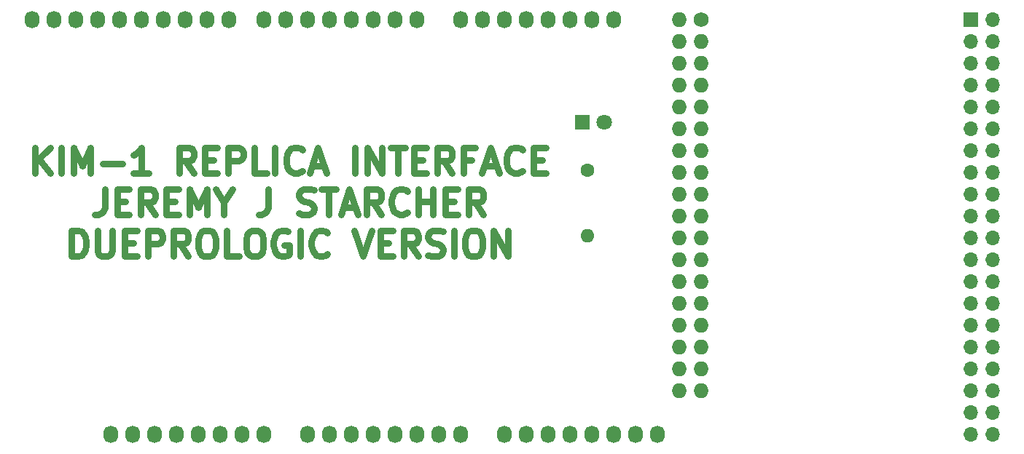
<source format=gbr>
%TF.GenerationSoftware,KiCad,Pcbnew,6.0.2+dfsg-1*%
%TF.CreationDate,2022-06-12T22:28:19-04:00*%
%TF.ProjectId,kim1-earthpeople,6b696d31-2d65-4617-9274-6870656f706c,rev?*%
%TF.SameCoordinates,Original*%
%TF.FileFunction,Soldermask,Top*%
%TF.FilePolarity,Negative*%
%FSLAX46Y46*%
G04 Gerber Fmt 4.6, Leading zero omitted, Abs format (unit mm)*
G04 Created by KiCad (PCBNEW 6.0.2+dfsg-1) date 2022-06-12 22:28:19*
%MOMM*%
%LPD*%
G01*
G04 APERTURE LIST*
%ADD10C,0.750000*%
%ADD11O,1.727200X2.032000*%
%ADD12O,1.727200X1.727200*%
%ADD13C,1.727200*%
%ADD14C,1.600000*%
%ADD15O,1.600000X1.600000*%
%ADD16R,1.800000X1.800000*%
%ADD17C,1.800000*%
%ADD18R,1.700000X1.700000*%
%ADD19O,1.700000X1.700000*%
G04 APERTURE END LIST*
D10*
X122574571Y-88729142D02*
X122574571Y-85729142D01*
X124288857Y-88729142D02*
X123003142Y-87014857D01*
X124288857Y-85729142D02*
X122574571Y-87443428D01*
X125574571Y-88729142D02*
X125574571Y-85729142D01*
X127003142Y-88729142D02*
X127003142Y-85729142D01*
X128003142Y-87872000D01*
X129003142Y-85729142D01*
X129003142Y-88729142D01*
X130431714Y-87586285D02*
X132717428Y-87586285D01*
X135717428Y-88729142D02*
X134003142Y-88729142D01*
X134860285Y-88729142D02*
X134860285Y-85729142D01*
X134574571Y-86157714D01*
X134288857Y-86443428D01*
X134003142Y-86586285D01*
X141003142Y-88729142D02*
X140003142Y-87300571D01*
X139288857Y-88729142D02*
X139288857Y-85729142D01*
X140431714Y-85729142D01*
X140717428Y-85872000D01*
X140860285Y-86014857D01*
X141003142Y-86300571D01*
X141003142Y-86729142D01*
X140860285Y-87014857D01*
X140717428Y-87157714D01*
X140431714Y-87300571D01*
X139288857Y-87300571D01*
X142288857Y-87157714D02*
X143288857Y-87157714D01*
X143717428Y-88729142D02*
X142288857Y-88729142D01*
X142288857Y-85729142D01*
X143717428Y-85729142D01*
X145003142Y-88729142D02*
X145003142Y-85729142D01*
X146146000Y-85729142D01*
X146431714Y-85872000D01*
X146574571Y-86014857D01*
X146717428Y-86300571D01*
X146717428Y-86729142D01*
X146574571Y-87014857D01*
X146431714Y-87157714D01*
X146146000Y-87300571D01*
X145003142Y-87300571D01*
X149431714Y-88729142D02*
X148003142Y-88729142D01*
X148003142Y-85729142D01*
X150431714Y-88729142D02*
X150431714Y-85729142D01*
X153574571Y-88443428D02*
X153431714Y-88586285D01*
X153003142Y-88729142D01*
X152717428Y-88729142D01*
X152288857Y-88586285D01*
X152003142Y-88300571D01*
X151860285Y-88014857D01*
X151717428Y-87443428D01*
X151717428Y-87014857D01*
X151860285Y-86443428D01*
X152003142Y-86157714D01*
X152288857Y-85872000D01*
X152717428Y-85729142D01*
X153003142Y-85729142D01*
X153431714Y-85872000D01*
X153574571Y-86014857D01*
X154717428Y-87872000D02*
X156146000Y-87872000D01*
X154431714Y-88729142D02*
X155431714Y-85729142D01*
X156431714Y-88729142D01*
X159717428Y-88729142D02*
X159717428Y-85729142D01*
X161146000Y-88729142D02*
X161146000Y-85729142D01*
X162860285Y-88729142D01*
X162860285Y-85729142D01*
X163860285Y-85729142D02*
X165574571Y-85729142D01*
X164717428Y-88729142D02*
X164717428Y-85729142D01*
X166574571Y-87157714D02*
X167574571Y-87157714D01*
X168003142Y-88729142D02*
X166574571Y-88729142D01*
X166574571Y-85729142D01*
X168003142Y-85729142D01*
X171003142Y-88729142D02*
X170003142Y-87300571D01*
X169288857Y-88729142D02*
X169288857Y-85729142D01*
X170431714Y-85729142D01*
X170717428Y-85872000D01*
X170860285Y-86014857D01*
X171003142Y-86300571D01*
X171003142Y-86729142D01*
X170860285Y-87014857D01*
X170717428Y-87157714D01*
X170431714Y-87300571D01*
X169288857Y-87300571D01*
X173288857Y-87157714D02*
X172288857Y-87157714D01*
X172288857Y-88729142D02*
X172288857Y-85729142D01*
X173717428Y-85729142D01*
X174717428Y-87872000D02*
X176146000Y-87872000D01*
X174431714Y-88729142D02*
X175431714Y-85729142D01*
X176431714Y-88729142D01*
X179146000Y-88443428D02*
X179003142Y-88586285D01*
X178574571Y-88729142D01*
X178288857Y-88729142D01*
X177860285Y-88586285D01*
X177574571Y-88300571D01*
X177431714Y-88014857D01*
X177288857Y-87443428D01*
X177288857Y-87014857D01*
X177431714Y-86443428D01*
X177574571Y-86157714D01*
X177860285Y-85872000D01*
X178288857Y-85729142D01*
X178574571Y-85729142D01*
X179003142Y-85872000D01*
X179146000Y-86014857D01*
X180431714Y-87157714D02*
X181431714Y-87157714D01*
X181860285Y-88729142D02*
X180431714Y-88729142D01*
X180431714Y-85729142D01*
X181860285Y-85729142D01*
X130646000Y-90559142D02*
X130646000Y-92702000D01*
X130503142Y-93130571D01*
X130217428Y-93416285D01*
X129788857Y-93559142D01*
X129503142Y-93559142D01*
X132074571Y-91987714D02*
X133074571Y-91987714D01*
X133503142Y-93559142D02*
X132074571Y-93559142D01*
X132074571Y-90559142D01*
X133503142Y-90559142D01*
X136503142Y-93559142D02*
X135503142Y-92130571D01*
X134788857Y-93559142D02*
X134788857Y-90559142D01*
X135931714Y-90559142D01*
X136217428Y-90702000D01*
X136360285Y-90844857D01*
X136503142Y-91130571D01*
X136503142Y-91559142D01*
X136360285Y-91844857D01*
X136217428Y-91987714D01*
X135931714Y-92130571D01*
X134788857Y-92130571D01*
X137788857Y-91987714D02*
X138788857Y-91987714D01*
X139217428Y-93559142D02*
X137788857Y-93559142D01*
X137788857Y-90559142D01*
X139217428Y-90559142D01*
X140503142Y-93559142D02*
X140503142Y-90559142D01*
X141503142Y-92702000D01*
X142503142Y-90559142D01*
X142503142Y-93559142D01*
X144503142Y-92130571D02*
X144503142Y-93559142D01*
X143503142Y-90559142D02*
X144503142Y-92130571D01*
X145503142Y-90559142D01*
X149646000Y-90559142D02*
X149646000Y-92702000D01*
X149503142Y-93130571D01*
X149217428Y-93416285D01*
X148788857Y-93559142D01*
X148503142Y-93559142D01*
X153217428Y-93416285D02*
X153646000Y-93559142D01*
X154360285Y-93559142D01*
X154646000Y-93416285D01*
X154788857Y-93273428D01*
X154931714Y-92987714D01*
X154931714Y-92702000D01*
X154788857Y-92416285D01*
X154646000Y-92273428D01*
X154360285Y-92130571D01*
X153788857Y-91987714D01*
X153503142Y-91844857D01*
X153360285Y-91702000D01*
X153217428Y-91416285D01*
X153217428Y-91130571D01*
X153360285Y-90844857D01*
X153503142Y-90702000D01*
X153788857Y-90559142D01*
X154503142Y-90559142D01*
X154931714Y-90702000D01*
X155788857Y-90559142D02*
X157503142Y-90559142D01*
X156646000Y-93559142D02*
X156646000Y-90559142D01*
X158360285Y-92702000D02*
X159788857Y-92702000D01*
X158074571Y-93559142D02*
X159074571Y-90559142D01*
X160074571Y-93559142D01*
X162788857Y-93559142D02*
X161788857Y-92130571D01*
X161074571Y-93559142D02*
X161074571Y-90559142D01*
X162217428Y-90559142D01*
X162503142Y-90702000D01*
X162646000Y-90844857D01*
X162788857Y-91130571D01*
X162788857Y-91559142D01*
X162646000Y-91844857D01*
X162503142Y-91987714D01*
X162217428Y-92130571D01*
X161074571Y-92130571D01*
X165788857Y-93273428D02*
X165646000Y-93416285D01*
X165217428Y-93559142D01*
X164931714Y-93559142D01*
X164503142Y-93416285D01*
X164217428Y-93130571D01*
X164074571Y-92844857D01*
X163931714Y-92273428D01*
X163931714Y-91844857D01*
X164074571Y-91273428D01*
X164217428Y-90987714D01*
X164503142Y-90702000D01*
X164931714Y-90559142D01*
X165217428Y-90559142D01*
X165646000Y-90702000D01*
X165788857Y-90844857D01*
X167074571Y-93559142D02*
X167074571Y-90559142D01*
X167074571Y-91987714D02*
X168788857Y-91987714D01*
X168788857Y-93559142D02*
X168788857Y-90559142D01*
X170217428Y-91987714D02*
X171217428Y-91987714D01*
X171646000Y-93559142D02*
X170217428Y-93559142D01*
X170217428Y-90559142D01*
X171646000Y-90559142D01*
X174646000Y-93559142D02*
X173646000Y-92130571D01*
X172931714Y-93559142D02*
X172931714Y-90559142D01*
X174074571Y-90559142D01*
X174360285Y-90702000D01*
X174503142Y-90844857D01*
X174646000Y-91130571D01*
X174646000Y-91559142D01*
X174503142Y-91844857D01*
X174360285Y-91987714D01*
X174074571Y-92130571D01*
X172931714Y-92130571D01*
X126788857Y-98389142D02*
X126788857Y-95389142D01*
X127503142Y-95389142D01*
X127931714Y-95532000D01*
X128217428Y-95817714D01*
X128360285Y-96103428D01*
X128503142Y-96674857D01*
X128503142Y-97103428D01*
X128360285Y-97674857D01*
X128217428Y-97960571D01*
X127931714Y-98246285D01*
X127503142Y-98389142D01*
X126788857Y-98389142D01*
X129788857Y-95389142D02*
X129788857Y-97817714D01*
X129931714Y-98103428D01*
X130074571Y-98246285D01*
X130360285Y-98389142D01*
X130931714Y-98389142D01*
X131217428Y-98246285D01*
X131360285Y-98103428D01*
X131503142Y-97817714D01*
X131503142Y-95389142D01*
X132931714Y-96817714D02*
X133931714Y-96817714D01*
X134360285Y-98389142D02*
X132931714Y-98389142D01*
X132931714Y-95389142D01*
X134360285Y-95389142D01*
X135646000Y-98389142D02*
X135646000Y-95389142D01*
X136788857Y-95389142D01*
X137074571Y-95532000D01*
X137217428Y-95674857D01*
X137360285Y-95960571D01*
X137360285Y-96389142D01*
X137217428Y-96674857D01*
X137074571Y-96817714D01*
X136788857Y-96960571D01*
X135646000Y-96960571D01*
X140360285Y-98389142D02*
X139360285Y-96960571D01*
X138646000Y-98389142D02*
X138646000Y-95389142D01*
X139788857Y-95389142D01*
X140074571Y-95532000D01*
X140217428Y-95674857D01*
X140360285Y-95960571D01*
X140360285Y-96389142D01*
X140217428Y-96674857D01*
X140074571Y-96817714D01*
X139788857Y-96960571D01*
X138646000Y-96960571D01*
X142217428Y-95389142D02*
X142788857Y-95389142D01*
X143074571Y-95532000D01*
X143360285Y-95817714D01*
X143503142Y-96389142D01*
X143503142Y-97389142D01*
X143360285Y-97960571D01*
X143074571Y-98246285D01*
X142788857Y-98389142D01*
X142217428Y-98389142D01*
X141931714Y-98246285D01*
X141646000Y-97960571D01*
X141503142Y-97389142D01*
X141503142Y-96389142D01*
X141646000Y-95817714D01*
X141931714Y-95532000D01*
X142217428Y-95389142D01*
X146217428Y-98389142D02*
X144788857Y-98389142D01*
X144788857Y-95389142D01*
X147788857Y-95389142D02*
X148360285Y-95389142D01*
X148646000Y-95532000D01*
X148931714Y-95817714D01*
X149074571Y-96389142D01*
X149074571Y-97389142D01*
X148931714Y-97960571D01*
X148646000Y-98246285D01*
X148360285Y-98389142D01*
X147788857Y-98389142D01*
X147503142Y-98246285D01*
X147217428Y-97960571D01*
X147074571Y-97389142D01*
X147074571Y-96389142D01*
X147217428Y-95817714D01*
X147503142Y-95532000D01*
X147788857Y-95389142D01*
X151931714Y-95532000D02*
X151646000Y-95389142D01*
X151217428Y-95389142D01*
X150788857Y-95532000D01*
X150503142Y-95817714D01*
X150360285Y-96103428D01*
X150217428Y-96674857D01*
X150217428Y-97103428D01*
X150360285Y-97674857D01*
X150503142Y-97960571D01*
X150788857Y-98246285D01*
X151217428Y-98389142D01*
X151503142Y-98389142D01*
X151931714Y-98246285D01*
X152074571Y-98103428D01*
X152074571Y-97103428D01*
X151503142Y-97103428D01*
X153360285Y-98389142D02*
X153360285Y-95389142D01*
X156503142Y-98103428D02*
X156360285Y-98246285D01*
X155931714Y-98389142D01*
X155646000Y-98389142D01*
X155217428Y-98246285D01*
X154931714Y-97960571D01*
X154788857Y-97674857D01*
X154646000Y-97103428D01*
X154646000Y-96674857D01*
X154788857Y-96103428D01*
X154931714Y-95817714D01*
X155217428Y-95532000D01*
X155646000Y-95389142D01*
X155931714Y-95389142D01*
X156360285Y-95532000D01*
X156503142Y-95674857D01*
X159646000Y-95389142D02*
X160646000Y-98389142D01*
X161646000Y-95389142D01*
X162646000Y-96817714D02*
X163646000Y-96817714D01*
X164074571Y-98389142D02*
X162646000Y-98389142D01*
X162646000Y-95389142D01*
X164074571Y-95389142D01*
X167074571Y-98389142D02*
X166074571Y-96960571D01*
X165360285Y-98389142D02*
X165360285Y-95389142D01*
X166503142Y-95389142D01*
X166788857Y-95532000D01*
X166931714Y-95674857D01*
X167074571Y-95960571D01*
X167074571Y-96389142D01*
X166931714Y-96674857D01*
X166788857Y-96817714D01*
X166503142Y-96960571D01*
X165360285Y-96960571D01*
X168217428Y-98246285D02*
X168646000Y-98389142D01*
X169360285Y-98389142D01*
X169646000Y-98246285D01*
X169788857Y-98103428D01*
X169931714Y-97817714D01*
X169931714Y-97532000D01*
X169788857Y-97246285D01*
X169646000Y-97103428D01*
X169360285Y-96960571D01*
X168788857Y-96817714D01*
X168503142Y-96674857D01*
X168360285Y-96532000D01*
X168217428Y-96246285D01*
X168217428Y-95960571D01*
X168360285Y-95674857D01*
X168503142Y-95532000D01*
X168788857Y-95389142D01*
X169503142Y-95389142D01*
X169931714Y-95532000D01*
X171217428Y-98389142D02*
X171217428Y-95389142D01*
X173217428Y-95389142D02*
X173788857Y-95389142D01*
X174074571Y-95532000D01*
X174360285Y-95817714D01*
X174503142Y-96389142D01*
X174503142Y-97389142D01*
X174360285Y-97960571D01*
X174074571Y-98246285D01*
X173788857Y-98389142D01*
X173217428Y-98389142D01*
X172931714Y-98246285D01*
X172646000Y-97960571D01*
X172503142Y-97389142D01*
X172503142Y-96389142D01*
X172646000Y-95817714D01*
X172931714Y-95532000D01*
X173217428Y-95389142D01*
X175788857Y-98389142D02*
X175788857Y-95389142D01*
X177503142Y-98389142D01*
X177503142Y-95389142D01*
D11*
%TO.C,P2*%
X131318000Y-119126000D03*
X133858000Y-119126000D03*
X136398000Y-119126000D03*
X138938000Y-119126000D03*
X141478000Y-119126000D03*
X144018000Y-119126000D03*
X146558000Y-119126000D03*
X149098000Y-119126000D03*
%TD*%
%TO.C,P3*%
X154178000Y-119126000D03*
X156718000Y-119126000D03*
X159258000Y-119126000D03*
X161798000Y-119126000D03*
X164338000Y-119126000D03*
X166878000Y-119126000D03*
X169418000Y-119126000D03*
X171958000Y-119126000D03*
%TD*%
%TO.C,P4*%
X177038000Y-119126000D03*
X179578000Y-119126000D03*
X182118000Y-119126000D03*
X184658000Y-119126000D03*
X187198000Y-119126000D03*
X189738000Y-119126000D03*
X192278000Y-119126000D03*
X194818000Y-119126000D03*
%TD*%
%TO.C,P5*%
X145034000Y-70866000D03*
X142494000Y-70866000D03*
X139954000Y-70866000D03*
X137414000Y-70866000D03*
X134874000Y-70866000D03*
X132334000Y-70866000D03*
X129794000Y-70866000D03*
X127254000Y-70866000D03*
X124714000Y-70866000D03*
X122174000Y-70866000D03*
%TD*%
%TO.C,P6*%
X166878000Y-70866000D03*
X164338000Y-70866000D03*
X161798000Y-70866000D03*
X159258000Y-70866000D03*
X156718000Y-70866000D03*
X154178000Y-70866000D03*
X151638000Y-70866000D03*
X149098000Y-70866000D03*
%TD*%
%TO.C,P7*%
X189738000Y-70866000D03*
X187198000Y-70866000D03*
X184658000Y-70866000D03*
X182118000Y-70866000D03*
X179578000Y-70866000D03*
X177038000Y-70866000D03*
X174498000Y-70866000D03*
X171958000Y-70866000D03*
%TD*%
D12*
%TO.C,J101*%
X197358000Y-70866000D03*
D13*
X199898000Y-70866000D03*
D12*
X197358000Y-73406000D03*
X199898000Y-73406000D03*
X197358000Y-75946000D03*
X199898000Y-75946000D03*
X197358000Y-78486000D03*
X199898000Y-78486000D03*
X197358000Y-81026000D03*
X199898000Y-81026000D03*
X197358000Y-83566000D03*
X199898000Y-83566000D03*
X197358000Y-86106000D03*
X199898000Y-86106000D03*
X197358000Y-88646000D03*
X199898000Y-88646000D03*
X197358000Y-91186000D03*
X199898000Y-91186000D03*
X197358000Y-93726000D03*
X199898000Y-93726000D03*
X197358000Y-96266000D03*
X199898000Y-96266000D03*
X197358000Y-98806000D03*
X199898000Y-98806000D03*
X197358000Y-101346000D03*
X199898000Y-101346000D03*
X197358000Y-103886000D03*
X199898000Y-103886000D03*
X197358000Y-106426000D03*
X199898000Y-106426000D03*
X197358000Y-108966000D03*
X199898000Y-108966000D03*
X197358000Y-111506000D03*
X199898000Y-111506000D03*
X197358000Y-114046000D03*
X199898000Y-114046000D03*
%TD*%
D14*
%TO.C,R101*%
X186700000Y-88400000D03*
D15*
X186700000Y-96020000D03*
%TD*%
D16*
%TO.C,D101*%
X186125000Y-82800000D03*
D17*
X188665000Y-82800000D03*
%TD*%
D18*
%TO.C,J102*%
X231225000Y-70875000D03*
D19*
X233765000Y-70875000D03*
X231225000Y-73415000D03*
X233765000Y-73415000D03*
X231225000Y-75955000D03*
X233765000Y-75955000D03*
X231225000Y-78495000D03*
X233765000Y-78495000D03*
X231225000Y-81035000D03*
X233765000Y-81035000D03*
X231225000Y-83575000D03*
X233765000Y-83575000D03*
X231225000Y-86115000D03*
X233765000Y-86115000D03*
X231225000Y-88655000D03*
X233765000Y-88655000D03*
X231225000Y-91195000D03*
X233765000Y-91195000D03*
X231225000Y-93735000D03*
X233765000Y-93735000D03*
X231225000Y-96275000D03*
X233765000Y-96275000D03*
X231225000Y-98815000D03*
X233765000Y-98815000D03*
X231225000Y-101355000D03*
X233765000Y-101355000D03*
X231225000Y-103895000D03*
X233765000Y-103895000D03*
X231225000Y-106435000D03*
X233765000Y-106435000D03*
X231225000Y-108975000D03*
X233765000Y-108975000D03*
X231225000Y-111515000D03*
X233765000Y-111515000D03*
X231225000Y-114055000D03*
X233765000Y-114055000D03*
X231225000Y-116595000D03*
X233765000Y-116595000D03*
X231225000Y-119135000D03*
X233765000Y-119135000D03*
%TD*%
M02*

</source>
